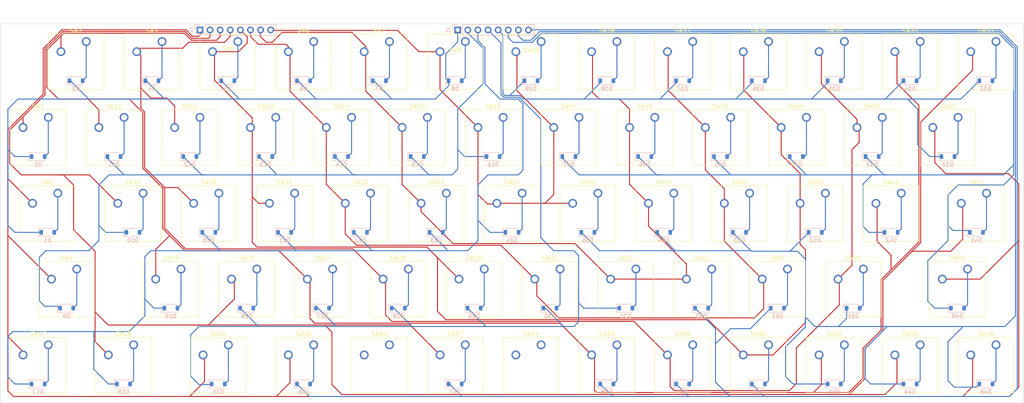
<source format=kicad_pcb>
(kicad_pcb (version 20221018) (generator pcbnew)

  (general
    (thickness 1.6)
  )

  (paper "A3")
  (layers
    (0 "F.Cu" signal)
    (31 "B.Cu" signal)
    (32 "B.Adhes" user "B.Adhesive")
    (33 "F.Adhes" user "F.Adhesive")
    (34 "B.Paste" user)
    (35 "F.Paste" user)
    (36 "B.SilkS" user "B.Silkscreen")
    (37 "F.SilkS" user "F.Silkscreen")
    (38 "B.Mask" user)
    (39 "F.Mask" user)
    (40 "Dwgs.User" user "User.Drawings")
    (41 "Cmts.User" user "User.Comments")
    (42 "Eco1.User" user "User.Eco1")
    (43 "Eco2.User" user "User.Eco2")
    (44 "Edge.Cuts" user)
    (45 "Margin" user)
    (46 "B.CrtYd" user "B.Courtyard")
    (47 "F.CrtYd" user "F.Courtyard")
    (48 "B.Fab" user)
    (49 "F.Fab" user)
    (50 "User.1" user)
    (51 "User.2" user)
    (52 "User.3" user)
    (53 "User.4" user)
    (54 "User.5" user)
    (55 "User.6" user)
    (56 "User.7" user)
    (57 "User.8" user)
    (58 "User.9" user)
  )

  (setup
    (pad_to_mask_clearance 0)
    (pcbplotparams
      (layerselection 0x00010fc_ffffffff)
      (plot_on_all_layers_selection 0x0000000_00000000)
      (disableapertmacros false)
      (usegerberextensions false)
      (usegerberattributes true)
      (usegerberadvancedattributes true)
      (creategerberjobfile true)
      (dashed_line_dash_ratio 12.000000)
      (dashed_line_gap_ratio 3.000000)
      (svgprecision 4)
      (plotframeref false)
      (viasonmask false)
      (mode 1)
      (useauxorigin false)
      (hpglpennumber 1)
      (hpglpenspeed 20)
      (hpglpendiameter 15.000000)
      (dxfpolygonmode true)
      (dxfimperialunits true)
      (dxfusepcbnewfont true)
      (psnegative false)
      (psa4output false)
      (plotreference true)
      (plotvalue true)
      (plotinvisibletext false)
      (sketchpadsonfab false)
      (subtractmaskfromsilk false)
      (outputformat 1)
      (mirror false)
      (drillshape 1)
      (scaleselection 1)
      (outputdirectory "")
    )
  )

  (net 0 "")
  (net 1 "Net-(D1-K)")
  (net 2 "Net-(D1-A)")
  (net 3 "Net-(D10-A)")
  (net 4 "Net-(D10-K)")
  (net 5 "Net-(D17-K)")
  (net 6 "Net-(D17-A)")
  (net 7 "Net-(D25-K)")
  (net 8 "Net-(D25-A)")
  (net 9 "Net-(D32-K)")
  (net 10 "Net-(D33-A)")
  (net 11 "Net-(D40-K)")
  (net 12 "Net-(D41-A)")
  (net 13 "Net-(D48-K)")
  (net 14 "Net-(D49-A)")
  (net 15 "Net-(D56-K)")
  (net 16 "Net-(D56-A)")
  (net 17 "Net-(J2-Pin_1)")
  (net 18 "Net-(J2-Pin_2)")
  (net 19 "Net-(J2-Pin_3)")
  (net 20 "Net-(J2-Pin_4)")
  (net 21 "Net-(J2-Pin_5)")
  (net 22 "Net-(J2-Pin_6)")
  (net 23 "Net-(J2-Pin_7)")
  (net 24 "Net-(J2-Pin_8)")
  (net 25 "unconnected-(SW63-Pad1)")
  (net 26 "unconnected-(SW63-Pad2)")
  (net 27 "unconnected-(SW64-Pad1)")
  (net 28 "unconnected-(SW64-Pad2)")
  (net 29 "Net-(D2-A)")
  (net 30 "Net-(D3-A)")
  (net 31 "Net-(D4-A)")
  (net 32 "Net-(D5-A)")
  (net 33 "Net-(D6-A)")
  (net 34 "Net-(D7-A)")
  (net 35 "Net-(D8-A)")
  (net 36 "Net-(D9-A)")
  (net 37 "Net-(D11-A)")
  (net 38 "Net-(D12-A)")
  (net 39 "Net-(D13-A)")
  (net 40 "Net-(D14-A)")
  (net 41 "Net-(D15-A)")
  (net 42 "Net-(D16-A)")
  (net 43 "Net-(D18-A)")
  (net 44 "Net-(D19-A)")
  (net 45 "Net-(D20-A)")
  (net 46 "Net-(D21-A)")
  (net 47 "Net-(D22-A)")
  (net 48 "Net-(D23-A)")
  (net 49 "Net-(D24-A)")
  (net 50 "Net-(D26-A)")
  (net 51 "Net-(D27-A)")
  (net 52 "Net-(D28-A)")
  (net 53 "Net-(D29-A)")
  (net 54 "Net-(D30-A)")
  (net 55 "Net-(D31-A)")
  (net 56 "Net-(D32-A)")
  (net 57 "Net-(D34-A)")
  (net 58 "Net-(D35-A)")
  (net 59 "Net-(D36-A)")
  (net 60 "Net-(D37-A)")
  (net 61 "Net-(D38-A)")
  (net 62 "Net-(D39-A)")
  (net 63 "Net-(D40-A)")
  (net 64 "Net-(D42-A)")
  (net 65 "Net-(D43-A)")
  (net 66 "Net-(D44-A)")
  (net 67 "Net-(D45-A)")
  (net 68 "Net-(D46-A)")
  (net 69 "Net-(D47-A)")
  (net 70 "Net-(D48-A)")
  (net 71 "Net-(D50-A)")
  (net 72 "Net-(D51-A)")
  (net 73 "Net-(D52-A)")
  (net 74 "Net-(D53-A)")
  (net 75 "Net-(D54-A)")
  (net 76 "Net-(D55-A)")
  (net 77 "Net-(D57-A)")
  (net 78 "Net-(D58-A)")
  (net 79 "Net-(D59-A)")
  (net 80 "Net-(D60-A)")
  (net 81 "Net-(D61-A)")
  (net 82 "Net-(D62-A)")

  (footprint "Button_Switch_Keyboard:SW_Cherry_MX_1.00u_PCB" (layer "F.Cu") (at 285.75 116.36375))

  (footprint "Button_Switch_Keyboard:SW_Cherry_MX_1.00u_PCB" (layer "F.Cu") (at 261.9375 154.46375))

  (footprint "Button_Switch_Keyboard:SW_Cherry_MX_1.00u_PCB" (layer "F.Cu") (at 114.3 116.36375))

  (footprint "Button_Switch_Keyboard:SW_Cherry_MX_1.00u_PCB" (layer "F.Cu") (at 252.4125 135.41375))

  (footprint "Button_Switch_Keyboard:SW_Cherry_MX_1.25u_PCB" (layer "F.Cu") (at 140.49375 173.51375))

  (footprint "Button_Switch_Keyboard:SW_Cherry_MX_1.00u_PCB" (layer "F.Cu") (at 276.225 173.51375))

  (footprint "Button_Switch_Keyboard:SW_Cherry_MX_1.00u_PCB" (layer "F.Cu") (at 257.175 97.31375))

  (footprint "Button_Switch_Keyboard:SW_Cherry_MX_1.00u_PCB" (layer "F.Cu") (at 214.3125 135.41375))

  (footprint "Button_Switch_Keyboard:SW_Cherry_MX_1.00u_PCB" (layer "F.Cu") (at 180.975 97.31375))

  (footprint "Button_Switch_Keyboard:SW_Cherry_MX_1.00u_PCB" (layer "F.Cu") (at 200.025 173.51375))

  (footprint "Button_Switch_Keyboard:SW_Cherry_MX_1.00u_PCB" (layer "F.Cu") (at 200.025 97.31375))

  (footprint "Button_Switch_Keyboard:SW_Cherry_MX_1.00u_PCB" (layer "F.Cu") (at 233.3625 135.41375))

  (footprint "Button_Switch_Keyboard:SW_Cherry_MX_1.00u_PCB" (layer "F.Cu") (at 304.8 116.36375))

  (footprint "Button_Switch_Keyboard:SW_Cherry_MX_1.00u_PCB" (layer "F.Cu") (at 95.25 116.36375))

  (footprint "Button_Switch_Keyboard:SW_Cherry_MX_1.00u_PCB" (layer "F.Cu") (at 295.275 97.31375))

  (footprint "Button_Switch_Keyboard:SW_Cherry_MX_1.00u_PCB" (layer "F.Cu") (at 147.6375 154.46375))

  (footprint "Button_Switch_Keyboard:SW_Cherry_MX_1.00u_PCB" (layer "F.Cu") (at 152.4 116.36375))

  (footprint "Button_Switch_Keyboard:SW_Cherry_MX_1.00u_PCB" (layer "F.Cu") (at 290.5125 135.41375))

  (footprint "Button_Switch_Keyboard:SW_Cherry_MX_1.00u_PCB" (layer "F.Cu") (at 119.0625 135.41375))

  (footprint "Button_Switch_Keyboard:SW_Cherry_MX_1.00u_PCB" (layer "F.Cu") (at 142.875 97.31375))

  (footprint "Button_Switch_Keyboard:SW_Cherry_MX_1.00u_PCB" (layer "F.Cu") (at 276.225 97.31375))

  (footprint "Button_Switch_Keyboard:SW_Cherry_MX_1.00u_PCB" (layer "F.Cu") (at 323.85 116.36375))

  (footprint "Button_Switch_Keyboard:SW_Cherry_MX_1.00u_PCB" (layer "F.Cu") (at 309.5625 135.41375))

  (footprint "Button_Switch_Keyboard:SW_Cherry_MX_1.00u_PCB" (layer "F.Cu") (at 185.7375 154.46375))

  (footprint "Button_Switch_Keyboard:SW_Cherry_MX_1.25u_PCB" (layer "F.Cu") (at 97.63125 135.41375))

  (footprint "Button_Switch_Keyboard:SW_Cherry_MX_1.00u_PCB" (layer "F.Cu") (at 219.075 173.51375))

  (footprint "Button_Switch_Keyboard:SW_Cherry_MX_1.00u_PCB" (layer "F.Cu") (at 280.9875 154.46375))

  (footprint "Button_Switch_Keyboard:SW_Cherry_MX_1.00u_PCB" (layer "F.Cu") (at 204.7875 154.46375))

  (footprint "Button_Switch_Keyboard:SW_Cherry_MX_1.00u_PCB" (layer "F.Cu") (at 300.0375 154.46375))

  (footprint "Button_Switch_Keyboard:SW_Cherry_MX_1.00u_PCB" (layer "F.Cu") (at 247.65 116.36375))

  (footprint "Button_Switch_Keyboard:SW_Cherry_MX_1.00u_PCB" (layer "F.Cu") (at 257.175 173.51375))

  (footprint "Button_Switch_Keyboard:SW_Cherry_MX_1.00u_PCB" (layer "F.Cu") (at 133.35 116.36375))

  (footprint "Button_Switch_Keyboard:SW_Cherry_MX_1.00u_PCB" (layer "F.Cu") (at 161.925 173.51375))

  (footprint "Button_Switch_Keyboard:SW_Cherry_MX_1.00u_PCB" (layer "F.Cu") (at 209.55 116.36375))

  (footprint "Button_Switch_Keyboard:SW_Cherry_MX_1.00u_PCB" (layer "F.Cu") (at 95.25 173.51375))

  (footprint "Button_Switch_Keyboard:SW_Cherry_MX_1.25u_PCB" (layer "F.Cu") (at 330.99375 135.41375))

  (footprint "Button_Switch_Keyboard:SW_Cherry_MX_1.00u_PCB" (layer "F.Cu") (at 128.5875 154.46375))

  (footprint "Button_Switch_Keyboard:SW_Cherry_MX_1.00u_PCB" (layer "F.Cu") (at 333.375 173.51375))

  (footprint "Button_Switch_Keyboard:SW_Cherry_MX_1.00u_PCB" (layer "F.Cu") (at 238.125 97.31375))

  (footprint "Button_Switch_Keyboard:SW_Cherry_MX_1.00u_PCB" (layer "F.Cu") (at 223.8375 154.46375))

  (footprint "Button_Switch_Keyboard:SW_Cherry_MX_1.00u_PCB" (layer "F.Cu") (at 219.075 97.31375))

  (footprint "Button_Switch_Keyboard:SW_Cherry_MX_1.00u_PCB" (layer "F.Cu")
    (tstamp a29d0987-fc1b-479e-89c1-4957eae3384f)
    (at 271.4625 135.41375)
    (descr "Cherry MX keyswitch, 1.00u, PCB mount, http://cherryamericas.com/wp-content/uploads/2014/12/mx_cat.pdf")
    (tags "Cherry MX keyswitch 1.00u PCB")
    (property "Sheetfile" "xantronix-z32.kicad_sch")
    (property "Sheetname" "")
    (property "ki_description" "Push button switch, generic, two pins")
    (property "ki_keywords" "switch normally-open pushbutton push-button")
    (path "/e818bc00-1e8f-44e3-b9f4-0bae43ab4fb8")
    (attr through_hole)
    (fp_text reference "SW53" (at -2.54 -2.794) (layer "F.SilkS")
        (effects (font (size 1 1) (thickness 0.15)))
      (tstamp cb3cf7f9-8c81-468e-8413-26def3be3526)
    )
    (fp_text value "SW_Push" (at -2.54 12.954) (layer "F.Fab")
        (effects (font (size 1 1) (thickness 0.15)))
      (tstamp 5182fbc3-0c7b-453c-aafd-532198d8e30e)
    )
    (fp_text user "${REFERENCE}" (at -2.54 -2.794) (layer "F.Fab")
        (effects (font (size 1 1) (thickness 0.15)))
      (tstamp 68a1dcc7-8161-4f6b-9b42-7c6638961b1c)
    )
    (fp_line (start -9.525 -1.905) (end 4.445 -1.905)
      (stroke (width 0.12) (type solid)) (layer "F.SilkS") (tstamp 08667e8a-8c72-429f-b2e6-5db12ca88ec3))
    (fp_line (start -9.525 12.065) (end -9.525 -1.905)
      (stroke (width 0.12) (type solid)) (layer "F.SilkS") (tstamp 0c747d89-b9cd-4ce8-9ab2-10088c866c2a))
    (fp_line (start 4.445 -1.905) (end 4.445 12.065)
      (stroke (width 0.12) (type solid)) (layer "F.SilkS") (tstamp f19d8e3e-1608-4cbf-9820-4000cc5e77a2))
    (fp_line (start 4.445 12.065) (end -9.525 12.065)
      (stroke (width 0.12) (type solid)) (layer "F.SilkS") (tstamp 4c4f0c93-87ab-4c00-841e-6a65574447aa))
    (fp_line (start -12.065 -4.445) (end 6.985 -4.445)
      (stroke (width 0.15) (type solid)) (layer "Dwgs.User") (tstamp e7e1ea46-d40c-432d-9e55-5a9b96b52741))
    (fp_line (start -12.065 14.605) (end -12.065 -4.445)
      (stroke (width 0.15) (type solid)) (layer "Dwgs.User") (tstamp 8db66b3b-fa37-4c8f-aaa0-111a725d8bc4))
    (fp_line (start 6.985 -4.445) (end 6.985 14.605)
      (stroke (width 0.15) (type solid)) (layer "Dwgs.User") (tstamp b1ad30f7-8a1d-476a-a2c5-5037a5d7450c))
    (fp_line (start 6.985 14.605) (end -12.065 14.605)
      (stroke (width 0.15) (type solid)) (layer "Dwgs.User") (tstamp 4924eca8-f13b-43e7-a3d0-2f8a8208b8df))
    (fp_line (start -9.14 -1.52) (end 4.06 -1.52)
      (stroke (width 0.05) (type solid)) (layer "F.CrtYd") (tstamp 4c571deb-
... [480358 chars truncated]
</source>
